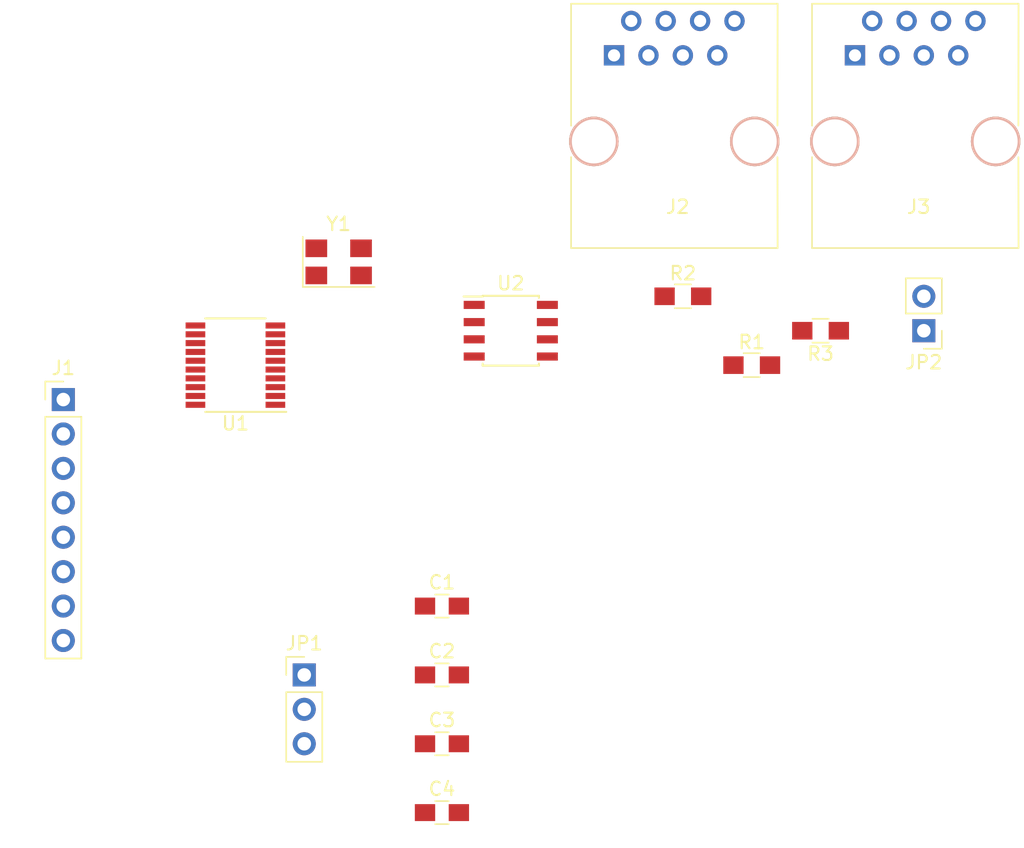
<source format=kicad_pcb>
(kicad_pcb (version 4) (host pcbnew 4.0.6)

  (general
    (links 37)
    (no_connects 37)
    (area 0 0 0 0)
    (thickness 1.6)
    (drawings 0)
    (tracks 0)
    (zones 0)
    (modules 15)
    (nets 39)
  )

  (page A4)
  (layers
    (0 F.Cu signal)
    (31 B.Cu signal)
    (32 B.Adhes user)
    (33 F.Adhes user)
    (34 B.Paste user)
    (35 F.Paste user)
    (36 B.SilkS user)
    (37 F.SilkS user)
    (38 B.Mask user)
    (39 F.Mask user)
    (40 Dwgs.User user)
    (41 Cmts.User user)
    (42 Eco1.User user)
    (43 Eco2.User user)
    (44 Edge.Cuts user)
    (45 Margin user)
    (46 B.CrtYd user)
    (47 F.CrtYd user)
    (48 B.Fab user)
    (49 F.Fab user)
  )

  (setup
    (last_trace_width 0.25)
    (trace_clearance 0.2)
    (zone_clearance 0.508)
    (zone_45_only no)
    (trace_min 0.2)
    (segment_width 0.2)
    (edge_width 0.15)
    (via_size 0.6)
    (via_drill 0.4)
    (via_min_size 0.4)
    (via_min_drill 0.3)
    (uvia_size 0.3)
    (uvia_drill 0.1)
    (uvias_allowed no)
    (uvia_min_size 0.2)
    (uvia_min_drill 0.1)
    (pcb_text_width 0.3)
    (pcb_text_size 1.5 1.5)
    (mod_edge_width 0.15)
    (mod_text_size 1 1)
    (mod_text_width 0.15)
    (pad_size 1.524 1.524)
    (pad_drill 0.762)
    (pad_to_mask_clearance 0.2)
    (aux_axis_origin 0 0)
    (visible_elements FFFFFF7F)
    (pcbplotparams
      (layerselection 0x00030_80000001)
      (usegerberextensions false)
      (excludeedgelayer true)
      (linewidth 0.100000)
      (plotframeref false)
      (viasonmask false)
      (mode 1)
      (useauxorigin false)
      (hpglpennumber 1)
      (hpglpenspeed 20)
      (hpglpendiameter 15)
      (hpglpenoverlay 2)
      (psnegative false)
      (psa4output false)
      (plotreference true)
      (plotvalue true)
      (plotinvisibletext false)
      (padsonsilk false)
      (subtractmaskfromsilk false)
      (outputformat 1)
      (mirror false)
      (drillshape 1)
      (scaleselection 1)
      (outputdirectory ""))
  )

  (net 0 "")
  (net 1 +3V3)
  (net 2 GND)
  (net 3 +5V)
  (net 4 /SI)
  (net 5 /SO)
  (net 6 /CS)
  (net 7 /SCK)
  (net 8 /INT)
  (net 9 /CANH)
  (net 10 /CANL)
  (net 11 "Net-(J2-Pad3)")
  (net 12 "Net-(J2-Pad4)")
  (net 13 "Net-(J2-Pad5)")
  (net 14 "Net-(J2-Pad6)")
  (net 15 "Net-(J2-Pad7)")
  (net 16 "Net-(J2-Pad8)")
  (net 17 "Net-(J3-Pad3)")
  (net 18 "Net-(J3-Pad4)")
  (net 19 "Net-(J3-Pad5)")
  (net 20 "Net-(J3-Pad6)")
  (net 21 "Net-(J3-Pad7)")
  (net 22 "Net-(J3-Pad8)")
  (net 23 /VREF)
  (net 24 "Net-(JP2-Pad1)")
  (net 25 "Net-(R1-Pad1)")
  (net 26 "Net-(R2-Pad1)")
  (net 27 "Net-(U1-Pad1)")
  (net 28 "Net-(U1-Pad2)")
  (net 29 "Net-(U1-Pad3)")
  (net 30 "Net-(U1-Pad4)")
  (net 31 "Net-(U1-Pad5)")
  (net 32 "Net-(U1-Pad6)")
  (net 33 "Net-(U1-Pad7)")
  (net 34 "Net-(U1-Pad8)")
  (net 35 "Net-(U1-Pad9)")
  (net 36 "Net-(U1-Pad11)")
  (net 37 "Net-(U1-Pad12)")
  (net 38 "Net-(U1-Pad15)")

  (net_class Default "This is the default net class."
    (clearance 0.2)
    (trace_width 0.25)
    (via_dia 0.6)
    (via_drill 0.4)
    (uvia_dia 0.3)
    (uvia_drill 0.1)
    (add_net +3V3)
    (add_net +5V)
    (add_net /CANH)
    (add_net /CANL)
    (add_net /CS)
    (add_net /INT)
    (add_net /SCK)
    (add_net /SI)
    (add_net /SO)
    (add_net /VREF)
    (add_net GND)
    (add_net "Net-(J2-Pad3)")
    (add_net "Net-(J2-Pad4)")
    (add_net "Net-(J2-Pad5)")
    (add_net "Net-(J2-Pad6)")
    (add_net "Net-(J2-Pad7)")
    (add_net "Net-(J2-Pad8)")
    (add_net "Net-(J3-Pad3)")
    (add_net "Net-(J3-Pad4)")
    (add_net "Net-(J3-Pad5)")
    (add_net "Net-(J3-Pad6)")
    (add_net "Net-(J3-Pad7)")
    (add_net "Net-(J3-Pad8)")
    (add_net "Net-(JP2-Pad1)")
    (add_net "Net-(R1-Pad1)")
    (add_net "Net-(R2-Pad1)")
    (add_net "Net-(U1-Pad1)")
    (add_net "Net-(U1-Pad11)")
    (add_net "Net-(U1-Pad12)")
    (add_net "Net-(U1-Pad15)")
    (add_net "Net-(U1-Pad2)")
    (add_net "Net-(U1-Pad3)")
    (add_net "Net-(U1-Pad4)")
    (add_net "Net-(U1-Pad5)")
    (add_net "Net-(U1-Pad6)")
    (add_net "Net-(U1-Pad7)")
    (add_net "Net-(U1-Pad8)")
    (add_net "Net-(U1-Pad9)")
  )

  (module Capacitors_SMD:C_0805_HandSoldering (layer F.Cu) (tedit 58AA84A8) (tstamp 59E68928)
    (at 129.54 119.38)
    (descr "Capacitor SMD 0805, hand soldering")
    (tags "capacitor 0805")
    (path /59E5A73E)
    (attr smd)
    (fp_text reference C1 (at 0 -1.75) (layer F.SilkS)
      (effects (font (size 1 1) (thickness 0.15)))
    )
    (fp_text value 100nf (at 0 1.75) (layer F.Fab)
      (effects (font (size 1 1) (thickness 0.15)))
    )
    (fp_text user %R (at 0 -1.75) (layer F.Fab)
      (effects (font (size 1 1) (thickness 0.15)))
    )
    (fp_line (start -1 0.62) (end -1 -0.62) (layer F.Fab) (width 0.1))
    (fp_line (start 1 0.62) (end -1 0.62) (layer F.Fab) (width 0.1))
    (fp_line (start 1 -0.62) (end 1 0.62) (layer F.Fab) (width 0.1))
    (fp_line (start -1 -0.62) (end 1 -0.62) (layer F.Fab) (width 0.1))
    (fp_line (start 0.5 -0.85) (end -0.5 -0.85) (layer F.SilkS) (width 0.12))
    (fp_line (start -0.5 0.85) (end 0.5 0.85) (layer F.SilkS) (width 0.12))
    (fp_line (start -2.25 -0.88) (end 2.25 -0.88) (layer F.CrtYd) (width 0.05))
    (fp_line (start -2.25 -0.88) (end -2.25 0.87) (layer F.CrtYd) (width 0.05))
    (fp_line (start 2.25 0.87) (end 2.25 -0.88) (layer F.CrtYd) (width 0.05))
    (fp_line (start 2.25 0.87) (end -2.25 0.87) (layer F.CrtYd) (width 0.05))
    (pad 1 smd rect (at -1.25 0) (size 1.5 1.25) (layers F.Cu F.Paste F.Mask)
      (net 1 +3V3))
    (pad 2 smd rect (at 1.25 0) (size 1.5 1.25) (layers F.Cu F.Paste F.Mask)
      (net 2 GND))
    (model Capacitors_SMD.3dshapes/C_0805.wrl
      (at (xyz 0 0 0))
      (scale (xyz 1 1 1))
      (rotate (xyz 0 0 0))
    )
  )

  (module Capacitors_SMD:C_0805_HandSoldering (layer F.Cu) (tedit 58AA84A8) (tstamp 59E68939)
    (at 129.54 124.46)
    (descr "Capacitor SMD 0805, hand soldering")
    (tags "capacitor 0805")
    (path /59E5A796)
    (attr smd)
    (fp_text reference C2 (at 0 -1.75) (layer F.SilkS)
      (effects (font (size 1 1) (thickness 0.15)))
    )
    (fp_text value 2uf (at 0 1.75) (layer F.Fab)
      (effects (font (size 1 1) (thickness 0.15)))
    )
    (fp_text user %R (at 0 -1.75) (layer F.Fab)
      (effects (font (size 1 1) (thickness 0.15)))
    )
    (fp_line (start -1 0.62) (end -1 -0.62) (layer F.Fab) (width 0.1))
    (fp_line (start 1 0.62) (end -1 0.62) (layer F.Fab) (width 0.1))
    (fp_line (start 1 -0.62) (end 1 0.62) (layer F.Fab) (width 0.1))
    (fp_line (start -1 -0.62) (end 1 -0.62) (layer F.Fab) (width 0.1))
    (fp_line (start 0.5 -0.85) (end -0.5 -0.85) (layer F.SilkS) (width 0.12))
    (fp_line (start -0.5 0.85) (end 0.5 0.85) (layer F.SilkS) (width 0.12))
    (fp_line (start -2.25 -0.88) (end 2.25 -0.88) (layer F.CrtYd) (width 0.05))
    (fp_line (start -2.25 -0.88) (end -2.25 0.87) (layer F.CrtYd) (width 0.05))
    (fp_line (start 2.25 0.87) (end 2.25 -0.88) (layer F.CrtYd) (width 0.05))
    (fp_line (start 2.25 0.87) (end -2.25 0.87) (layer F.CrtYd) (width 0.05))
    (pad 1 smd rect (at -1.25 0) (size 1.5 1.25) (layers F.Cu F.Paste F.Mask)
      (net 1 +3V3))
    (pad 2 smd rect (at 1.25 0) (size 1.5 1.25) (layers F.Cu F.Paste F.Mask)
      (net 2 GND))
    (model Capacitors_SMD.3dshapes/C_0805.wrl
      (at (xyz 0 0 0))
      (scale (xyz 1 1 1))
      (rotate (xyz 0 0 0))
    )
  )

  (module Capacitors_SMD:C_0805_HandSoldering (layer F.Cu) (tedit 58AA84A8) (tstamp 59E6894A)
    (at 129.54 129.54)
    (descr "Capacitor SMD 0805, hand soldering")
    (tags "capacitor 0805")
    (path /59E59CA7)
    (attr smd)
    (fp_text reference C3 (at 0 -1.75) (layer F.SilkS)
      (effects (font (size 1 1) (thickness 0.15)))
    )
    (fp_text value 100nf (at 0 1.75) (layer F.Fab)
      (effects (font (size 1 1) (thickness 0.15)))
    )
    (fp_text user %R (at 0 -1.75) (layer F.Fab)
      (effects (font (size 1 1) (thickness 0.15)))
    )
    (fp_line (start -1 0.62) (end -1 -0.62) (layer F.Fab) (width 0.1))
    (fp_line (start 1 0.62) (end -1 0.62) (layer F.Fab) (width 0.1))
    (fp_line (start 1 -0.62) (end 1 0.62) (layer F.Fab) (width 0.1))
    (fp_line (start -1 -0.62) (end 1 -0.62) (layer F.Fab) (width 0.1))
    (fp_line (start 0.5 -0.85) (end -0.5 -0.85) (layer F.SilkS) (width 0.12))
    (fp_line (start -0.5 0.85) (end 0.5 0.85) (layer F.SilkS) (width 0.12))
    (fp_line (start -2.25 -0.88) (end 2.25 -0.88) (layer F.CrtYd) (width 0.05))
    (fp_line (start -2.25 -0.88) (end -2.25 0.87) (layer F.CrtYd) (width 0.05))
    (fp_line (start 2.25 0.87) (end 2.25 -0.88) (layer F.CrtYd) (width 0.05))
    (fp_line (start 2.25 0.87) (end -2.25 0.87) (layer F.CrtYd) (width 0.05))
    (pad 1 smd rect (at -1.25 0) (size 1.5 1.25) (layers F.Cu F.Paste F.Mask)
      (net 3 +5V))
    (pad 2 smd rect (at 1.25 0) (size 1.5 1.25) (layers F.Cu F.Paste F.Mask)
      (net 2 GND))
    (model Capacitors_SMD.3dshapes/C_0805.wrl
      (at (xyz 0 0 0))
      (scale (xyz 1 1 1))
      (rotate (xyz 0 0 0))
    )
  )

  (module Capacitors_SMD:C_0805_HandSoldering (layer F.Cu) (tedit 58AA84A8) (tstamp 59E6895B)
    (at 129.54 134.62)
    (descr "Capacitor SMD 0805, hand soldering")
    (tags "capacitor 0805")
    (path /59E59C6A)
    (attr smd)
    (fp_text reference C4 (at 0 -1.75) (layer F.SilkS)
      (effects (font (size 1 1) (thickness 0.15)))
    )
    (fp_text value 2uf (at 0 1.75) (layer F.Fab)
      (effects (font (size 1 1) (thickness 0.15)))
    )
    (fp_text user %R (at 0 -1.75) (layer F.Fab)
      (effects (font (size 1 1) (thickness 0.15)))
    )
    (fp_line (start -1 0.62) (end -1 -0.62) (layer F.Fab) (width 0.1))
    (fp_line (start 1 0.62) (end -1 0.62) (layer F.Fab) (width 0.1))
    (fp_line (start 1 -0.62) (end 1 0.62) (layer F.Fab) (width 0.1))
    (fp_line (start -1 -0.62) (end 1 -0.62) (layer F.Fab) (width 0.1))
    (fp_line (start 0.5 -0.85) (end -0.5 -0.85) (layer F.SilkS) (width 0.12))
    (fp_line (start -0.5 0.85) (end 0.5 0.85) (layer F.SilkS) (width 0.12))
    (fp_line (start -2.25 -0.88) (end 2.25 -0.88) (layer F.CrtYd) (width 0.05))
    (fp_line (start -2.25 -0.88) (end -2.25 0.87) (layer F.CrtYd) (width 0.05))
    (fp_line (start 2.25 0.87) (end 2.25 -0.88) (layer F.CrtYd) (width 0.05))
    (fp_line (start 2.25 0.87) (end -2.25 0.87) (layer F.CrtYd) (width 0.05))
    (pad 1 smd rect (at -1.25 0) (size 1.5 1.25) (layers F.Cu F.Paste F.Mask)
      (net 3 +5V))
    (pad 2 smd rect (at 1.25 0) (size 1.5 1.25) (layers F.Cu F.Paste F.Mask)
      (net 2 GND))
    (model Capacitors_SMD.3dshapes/C_0805.wrl
      (at (xyz 0 0 0))
      (scale (xyz 1 1 1))
      (rotate (xyz 0 0 0))
    )
  )

  (module Pin_Headers:Pin_Header_Straight_1x08_Pitch2.54mm (layer F.Cu) (tedit 59650532) (tstamp 59E68977)
    (at 101.6 104.14)
    (descr "Through hole straight pin header, 1x08, 2.54mm pitch, single row")
    (tags "Through hole pin header THT 1x08 2.54mm single row")
    (path /59E5820F)
    (fp_text reference J1 (at 0 -2.33) (layer F.SilkS)
      (effects (font (size 1 1) (thickness 0.15)))
    )
    (fp_text value Conn_01x08 (at 0 20.11) (layer F.Fab)
      (effects (font (size 1 1) (thickness 0.15)))
    )
    (fp_line (start -0.635 -1.27) (end 1.27 -1.27) (layer F.Fab) (width 0.1))
    (fp_line (start 1.27 -1.27) (end 1.27 19.05) (layer F.Fab) (width 0.1))
    (fp_line (start 1.27 19.05) (end -1.27 19.05) (layer F.Fab) (width 0.1))
    (fp_line (start -1.27 19.05) (end -1.27 -0.635) (layer F.Fab) (width 0.1))
    (fp_line (start -1.27 -0.635) (end -0.635 -1.27) (layer F.Fab) (width 0.1))
    (fp_line (start -1.33 19.11) (end 1.33 19.11) (layer F.SilkS) (width 0.12))
    (fp_line (start -1.33 1.27) (end -1.33 19.11) (layer F.SilkS) (width 0.12))
    (fp_line (start 1.33 1.27) (end 1.33 19.11) (layer F.SilkS) (width 0.12))
    (fp_line (start -1.33 1.27) (end 1.33 1.27) (layer F.SilkS) (width 0.12))
    (fp_line (start -1.33 0) (end -1.33 -1.33) (layer F.SilkS) (width 0.12))
    (fp_line (start -1.33 -1.33) (end 0 -1.33) (layer F.SilkS) (width 0.12))
    (fp_line (start -1.8 -1.8) (end -1.8 19.55) (layer F.CrtYd) (width 0.05))
    (fp_line (start -1.8 19.55) (end 1.8 19.55) (layer F.CrtYd) (width 0.05))
    (fp_line (start 1.8 19.55) (end 1.8 -1.8) (layer F.CrtYd) (width 0.05))
    (fp_line (start 1.8 -1.8) (end -1.8 -1.8) (layer F.CrtYd) (width 0.05))
    (fp_text user %R (at 0 8.89 90) (layer F.Fab)
      (effects (font (size 1 1) (thickness 0.15)))
    )
    (pad 1 thru_hole rect (at 0 0) (size 1.7 1.7) (drill 1) (layers *.Cu *.Mask)
      (net 3 +5V))
    (pad 2 thru_hole oval (at 0 2.54) (size 1.7 1.7) (drill 1) (layers *.Cu *.Mask)
      (net 1 +3V3))
    (pad 3 thru_hole oval (at 0 5.08) (size 1.7 1.7) (drill 1) (layers *.Cu *.Mask)
      (net 4 /SI))
    (pad 4 thru_hole oval (at 0 7.62) (size 1.7 1.7) (drill 1) (layers *.Cu *.Mask)
      (net 5 /SO))
    (pad 5 thru_hole oval (at 0 10.16) (size 1.7 1.7) (drill 1) (layers *.Cu *.Mask)
      (net 6 /CS))
    (pad 6 thru_hole oval (at 0 12.7) (size 1.7 1.7) (drill 1) (layers *.Cu *.Mask)
      (net 7 /SCK))
    (pad 7 thru_hole oval (at 0 15.24) (size 1.7 1.7) (drill 1) (layers *.Cu *.Mask)
      (net 8 /INT))
    (pad 8 thru_hole oval (at 0 17.78) (size 1.7 1.7) (drill 1) (layers *.Cu *.Mask)
      (net 2 GND))
    (model ${KISYS3DMOD}/Pin_Headers.3dshapes/Pin_Header_Straight_1x08_Pitch2.54mm.wrl
      (at (xyz 0 0 0))
      (scale (xyz 1 1 1))
      (rotate (xyz 0 0 0))
    )
  )

  (module Connectors:RJ45_8 (layer F.Cu) (tedit 0) (tstamp 59E6898F)
    (at 142.24 78.74)
    (tags RJ45)
    (path /59E43703)
    (fp_text reference J2 (at 4.7 11.18) (layer F.SilkS)
      (effects (font (size 1 1) (thickness 0.15)))
    )
    (fp_text value RJ45 (at 4.59 6.25) (layer F.Fab)
      (effects (font (size 1 1) (thickness 0.15)))
    )
    (fp_line (start -3.17 14.22) (end 12.07 14.22) (layer F.SilkS) (width 0.12))
    (fp_line (start 12.07 -3.81) (end 12.06 5.18) (layer F.SilkS) (width 0.12))
    (fp_line (start 12.07 -3.81) (end -3.17 -3.81) (layer F.SilkS) (width 0.12))
    (fp_line (start -3.17 -3.81) (end -3.17 5.19) (layer F.SilkS) (width 0.12))
    (fp_line (start 12.06 7.52) (end 12.07 14.22) (layer F.SilkS) (width 0.12))
    (fp_line (start -3.17 7.51) (end -3.17 14.22) (layer F.SilkS) (width 0.12))
    (fp_line (start -3.56 -4.06) (end 12.46 -4.06) (layer F.CrtYd) (width 0.05))
    (fp_line (start -3.56 -4.06) (end -3.56 14.47) (layer F.CrtYd) (width 0.05))
    (fp_line (start 12.46 14.47) (end 12.46 -4.06) (layer F.CrtYd) (width 0.05))
    (fp_line (start 12.46 14.47) (end -3.56 14.47) (layer F.CrtYd) (width 0.05))
    (pad Hole np_thru_hole circle (at 10.38 6.35) (size 3.65 3.65) (drill 3.25) (layers *.Cu *.SilkS *.Mask))
    (pad Hole np_thru_hole circle (at -1.49 6.35) (size 3.65 3.65) (drill 3.25) (layers *.Cu *.SilkS *.Mask))
    (pad 1 thru_hole rect (at 0 0) (size 1.5 1.5) (drill 0.9) (layers *.Cu *.Mask)
      (net 9 /CANH))
    (pad 2 thru_hole circle (at 1.27 -2.54) (size 1.5 1.5) (drill 0.9) (layers *.Cu *.Mask)
      (net 10 /CANL))
    (pad 3 thru_hole circle (at 2.54 0) (size 1.5 1.5) (drill 0.9) (layers *.Cu *.Mask)
      (net 11 "Net-(J2-Pad3)"))
    (pad 4 thru_hole circle (at 3.81 -2.54) (size 1.5 1.5) (drill 0.9) (layers *.Cu *.Mask)
      (net 12 "Net-(J2-Pad4)"))
    (pad 5 thru_hole circle (at 5.08 0) (size 1.5 1.5) (drill 0.9) (layers *.Cu *.Mask)
      (net 13 "Net-(J2-Pad5)"))
    (pad 6 thru_hole circle (at 6.35 -2.54) (size 1.5 1.5) (drill 0.9) (layers *.Cu *.Mask)
      (net 14 "Net-(J2-Pad6)"))
    (pad 7 thru_hole circle (at 7.62 0) (size 1.5 1.5) (drill 0.9) (layers *.Cu *.Mask)
      (net 15 "Net-(J2-Pad7)"))
    (pad 8 thru_hole circle (at 8.89 -2.54) (size 1.5 1.5) (drill 0.9) (layers *.Cu *.Mask)
      (net 16 "Net-(J2-Pad8)"))
    (model ${KISYS3DMOD}/Connectors.3dshapes/RJ45_8.wrl
      (at (xyz 0.18 -0.25 0))
      (scale (xyz 0.4 0.4 0.4))
      (rotate (xyz 0 0 0))
    )
  )

  (module Connectors:RJ45_8 (layer F.Cu) (tedit 0) (tstamp 59E689A7)
    (at 160.02 78.74)
    (tags RJ45)
    (path /59E43803)
    (fp_text reference J3 (at 4.7 11.18) (layer F.SilkS)
      (effects (font (size 1 1) (thickness 0.15)))
    )
    (fp_text value RJ45 (at 4.59 6.25) (layer F.Fab)
      (effects (font (size 1 1) (thickness 0.15)))
    )
    (fp_line (start -3.17 14.22) (end 12.07 14.22) (layer F.SilkS) (width 0.12))
    (fp_line (start 12.07 -3.81) (end 12.06 5.18) (layer F.SilkS) (width 0.12))
    (fp_line (start 12.07 -3.81) (end -3.17 -3.81) (layer F.SilkS) (width 0.12))
    (fp_line (start -3.17 -3.81) (end -3.17 5.19) (layer F.SilkS) (width 0.12))
    (fp_line (start 12.06 7.52) (end 12.07 14.22) (layer F.SilkS) (width 0.12))
    (fp_line (start -3.17 7.51) (end -3.17 14.22) (layer F.SilkS) (width 0.12))
    (fp_line (start -3.56 -4.06) (end 12.46 -4.06) (layer F.CrtYd) (width 0.05))
    (fp_line (start -3.56 -4.06) (end -3.56 14.47) (layer F.CrtYd) (width 0.05))
    (fp_line (start 12.46 14.47) (end 12.46 -4.06) (layer F.CrtYd) (width 0.05))
    (fp_line (start 12.46 14.47) (end -3.56 14.47) (layer F.CrtYd) (width 0.05))
    (pad Hole np_thru_hole circle (at 10.38 6.35) (size 3.65 3.65) (drill 3.25) (layers *.Cu *.SilkS *.Mask))
    (pad Hole np_thru_hole circle (at -1.49 6.35) (size 3.65 3.65) (drill 3.25) (layers *.Cu *.SilkS *.Mask))
    (pad 1 thru_hole rect (at 0 0) (size 1.5 1.5) (drill 0.9) (layers *.Cu *.Mask)
      (net 9 /CANH))
    (pad 2 thru_hole circle (at 1.27 -2.54) (size 1.5 1.5) (drill 0.9) (layers *.Cu *.Mask)
      (net 10 /CANL))
    (pad 3 thru_hole circle (at 2.54 0) (size 1.5 1.5) (drill 0.9) (layers *.Cu *.Mask)
      (net 17 "Net-(J3-Pad3)"))
    (pad 4 thru_hole circle (at 3.81 -2.54) (size 1.5 1.5) (drill 0.9) (layers *.Cu *.Mask)
      (net 18 "Net-(J3-Pad4)"))
    (pad 5 thru_hole circle (at 5.08 0) (size 1.5 1.5) (drill 0.9) (layers *.Cu *.Mask)
      (net 19 "Net-(J3-Pad5)"))
    (pad 6 thru_hole circle (at 6.35 -2.54) (size 1.5 1.5) (drill 0.9) (layers *.Cu *.Mask)
      (net 20 "Net-(J3-Pad6)"))
    (pad 7 thru_hole circle (at 7.62 0) (size 1.5 1.5) (drill 0.9) (layers *.Cu *.Mask)
      (net 21 "Net-(J3-Pad7)"))
    (pad 8 thru_hole circle (at 8.89 -2.54) (size 1.5 1.5) (drill 0.9) (layers *.Cu *.Mask)
      (net 22 "Net-(J3-Pad8)"))
    (model ${KISYS3DMOD}/Connectors.3dshapes/RJ45_8.wrl
      (at (xyz 0.18 -0.25 0))
      (scale (xyz 0.4 0.4 0.4))
      (rotate (xyz 0 0 0))
    )
  )

  (module Pin_Headers:Pin_Header_Straight_1x03_Pitch2.54mm (layer F.Cu) (tedit 59650532) (tstamp 59E689BE)
    (at 119.38 124.46)
    (descr "Through hole straight pin header, 1x03, 2.54mm pitch, single row")
    (tags "Through hole pin header THT 1x03 2.54mm single row")
    (path /59E4DDBA)
    (fp_text reference JP1 (at 0 -2.33) (layer F.SilkS)
      (effects (font (size 1 1) (thickness 0.15)))
    )
    (fp_text value Jumper_NC_Dual (at 0 7.41) (layer F.Fab)
      (effects (font (size 1 1) (thickness 0.15)))
    )
    (fp_line (start -0.635 -1.27) (end 1.27 -1.27) (layer F.Fab) (width 0.1))
    (fp_line (start 1.27 -1.27) (end 1.27 6.35) (layer F.Fab) (width 0.1))
    (fp_line (start 1.27 6.35) (end -1.27 6.35) (layer F.Fab) (width 0.1))
    (fp_line (start -1.27 6.35) (end -1.27 -0.635) (layer F.Fab) (width 0.1))
    (fp_line (start -1.27 -0.635) (end -0.635 -1.27) (layer F.Fab) (width 0.1))
    (fp_line (start -1.33 6.41) (end 1.33 6.41) (layer F.SilkS) (width 0.12))
    (fp_line (start -1.33 1.27) (end -1.33 6.41) (layer F.SilkS) (width 0.12))
    (fp_line (start 1.33 1.27) (end 1.33 6.41) (layer F.SilkS) (width 0.12))
    (fp_line (start -1.33 1.27) (end 1.33 1.27) (layer F.SilkS) (width 0.12))
    (fp_line (start -1.33 0) (end -1.33 -1.33) (layer F.SilkS) (width 0.12))
    (fp_line (start -1.33 -1.33) (end 0 -1.33) (layer F.SilkS) (width 0.12))
    (fp_line (start -1.8 -1.8) (end -1.8 6.85) (layer F.CrtYd) (width 0.05))
    (fp_line (start -1.8 6.85) (end 1.8 6.85) (layer F.CrtYd) (width 0.05))
    (fp_line (start 1.8 6.85) (end 1.8 -1.8) (layer F.CrtYd) (width 0.05))
    (fp_line (start 1.8 -1.8) (end -1.8 -1.8) (layer F.CrtYd) (width 0.05))
    (fp_text user %R (at 0 2.54 90) (layer F.Fab)
      (effects (font (size 1 1) (thickness 0.15)))
    )
    (pad 1 thru_hole rect (at 0 0) (size 1.7 1.7) (drill 1) (layers *.Cu *.Mask)
      (net 1 +3V3))
    (pad 2 thru_hole oval (at 0 2.54) (size 1.7 1.7) (drill 1) (layers *.Cu *.Mask)
      (net 23 /VREF))
    (pad 3 thru_hole oval (at 0 5.08) (size 1.7 1.7) (drill 1) (layers *.Cu *.Mask)
      (net 3 +5V))
    (model ${KISYS3DMOD}/Pin_Headers.3dshapes/Pin_Header_Straight_1x03_Pitch2.54mm.wrl
      (at (xyz 0 0 0))
      (scale (xyz 1 1 1))
      (rotate (xyz 0 0 0))
    )
  )

  (module Pin_Headers:Pin_Header_Straight_1x02_Pitch2.54mm (layer F.Cu) (tedit 59650532) (tstamp 59E689D4)
    (at 165.1 99.06 180)
    (descr "Through hole straight pin header, 1x02, 2.54mm pitch, single row")
    (tags "Through hole pin header THT 1x02 2.54mm single row")
    (path /59E44616)
    (fp_text reference JP2 (at 0 -2.33 180) (layer F.SilkS)
      (effects (font (size 1 1) (thickness 0.15)))
    )
    (fp_text value Jumper_NO_Small (at 0 4.87 180) (layer F.Fab)
      (effects (font (size 1 1) (thickness 0.15)))
    )
    (fp_line (start -0.635 -1.27) (end 1.27 -1.27) (layer F.Fab) (width 0.1))
    (fp_line (start 1.27 -1.27) (end 1.27 3.81) (layer F.Fab) (width 0.1))
    (fp_line (start 1.27 3.81) (end -1.27 3.81) (layer F.Fab) (width 0.1))
    (fp_line (start -1.27 3.81) (end -1.27 -0.635) (layer F.Fab) (width 0.1))
    (fp_line (start -1.27 -0.635) (end -0.635 -1.27) (layer F.Fab) (width 0.1))
    (fp_line (start -1.33 3.87) (end 1.33 3.87) (layer F.SilkS) (width 0.12))
    (fp_line (start -1.33 1.27) (end -1.33 3.87) (layer F.SilkS) (width 0.12))
    (fp_line (start 1.33 1.27) (end 1.33 3.87) (layer F.SilkS) (width 0.12))
    (fp_line (start -1.33 1.27) (end 1.33 1.27) (layer F.SilkS) (width 0.12))
    (fp_line (start -1.33 0) (end -1.33 -1.33) (layer F.SilkS) (width 0.12))
    (fp_line (start -1.33 -1.33) (end 0 -1.33) (layer F.SilkS) (width 0.12))
    (fp_line (start -1.8 -1.8) (end -1.8 4.35) (layer F.CrtYd) (width 0.05))
    (fp_line (start -1.8 4.35) (end 1.8 4.35) (layer F.CrtYd) (width 0.05))
    (fp_line (start 1.8 4.35) (end 1.8 -1.8) (layer F.CrtYd) (width 0.05))
    (fp_line (start 1.8 -1.8) (end -1.8 -1.8) (layer F.CrtYd) (width 0.05))
    (fp_text user %R (at 0 1.27 270) (layer F.Fab)
      (effects (font (size 1 1) (thickness 0.15)))
    )
    (pad 1 thru_hole rect (at 0 0 180) (size 1.7 1.7) (drill 1) (layers *.Cu *.Mask)
      (net 24 "Net-(JP2-Pad1)"))
    (pad 2 thru_hole oval (at 0 2.54 180) (size 1.7 1.7) (drill 1) (layers *.Cu *.Mask)
      (net 9 /CANH))
    (model ${KISYS3DMOD}/Pin_Headers.3dshapes/Pin_Header_Straight_1x02_Pitch2.54mm.wrl
      (at (xyz 0 0 0))
      (scale (xyz 1 1 1))
      (rotate (xyz 0 0 0))
    )
  )

  (module Resistors_SMD:R_0805_HandSoldering (layer F.Cu) (tedit 58E0A804) (tstamp 59E689E5)
    (at 152.4 101.6)
    (descr "Resistor SMD 0805, hand soldering")
    (tags "resistor 0805")
    (path /59E49315)
    (attr smd)
    (fp_text reference R1 (at 0 -1.7) (layer F.SilkS)
      (effects (font (size 1 1) (thickness 0.15)))
    )
    (fp_text value 1k (at 0 1.75) (layer F.Fab)
      (effects (font (size 1 1) (thickness 0.15)))
    )
    (fp_text user %R (at 0 0) (layer F.Fab)
      (effects (font (size 0.5 0.5) (thickness 0.075)))
    )
    (fp_line (start -1 0.62) (end -1 -0.62) (layer F.Fab) (width 0.1))
    (fp_line (start 1 0.62) (end -1 0.62) (layer F.Fab) (width 0.1))
    (fp_line (start 1 -0.62) (end 1 0.62) (layer F.Fab) (width 0.1))
    (fp_line (start -1 -0.62) (end 1 -0.62) (layer F.Fab) (width 0.1))
    (fp_line (start 0.6 0.88) (end -0.6 0.88) (layer F.SilkS) (width 0.12))
    (fp_line (start -0.6 -0.88) (end 0.6 -0.88) (layer F.SilkS) (width 0.12))
    (fp_line (start -2.35 -0.9) (end 2.35 -0.9) (layer F.CrtYd) (width 0.05))
    (fp_line (start -2.35 -0.9) (end -2.35 0.9) (layer F.CrtYd) (width 0.05))
    (fp_line (start 2.35 0.9) (end 2.35 -0.9) (layer F.CrtYd) (width 0.05))
    (fp_line (start 2.35 0.9) (end -2.35 0.9) (layer F.CrtYd) (width 0.05))
    (pad 1 smd rect (at -1.35 0) (size 1.5 1.3) (layers F.Cu F.Paste F.Mask)
      (net 25 "Net-(R1-Pad1)"))
    (pad 2 smd rect (at 1.35 0) (size 1.5 1.3) (layers F.Cu F.Paste F.Mask)
      (net 2 GND))
    (model ${KISYS3DMOD}/Resistors_SMD.3dshapes/R_0805.wrl
      (at (xyz 0 0 0))
      (scale (xyz 1 1 1))
      (rotate (xyz 0 0 0))
    )
  )

  (module Resistors_SMD:R_0805_HandSoldering (layer F.Cu) (tedit 58E0A804) (tstamp 59E689F6)
    (at 147.32 96.52)
    (descr "Resistor SMD 0805, hand soldering")
    (tags "resistor 0805")
    (path /59E44B31)
    (attr smd)
    (fp_text reference R2 (at 0 -1.7) (layer F.SilkS)
      (effects (font (size 1 1) (thickness 0.15)))
    )
    (fp_text value 100k (at 0 1.75) (layer F.Fab)
      (effects (font (size 1 1) (thickness 0.15)))
    )
    (fp_text user %R (at 0 0) (layer F.Fab)
      (effects (font (size 0.5 0.5) (thickness 0.075)))
    )
    (fp_line (start -1 0.62) (end -1 -0.62) (layer F.Fab) (width 0.1))
    (fp_line (start 1 0.62) (end -1 0.62) (layer F.Fab) (width 0.1))
    (fp_line (start 1 -0.62) (end 1 0.62) (layer F.Fab) (width 0.1))
    (fp_line (start -1 -0.62) (end 1 -0.62) (layer F.Fab) (width 0.1))
    (fp_line (start 0.6 0.88) (end -0.6 0.88) (layer F.SilkS) (width 0.12))
    (fp_line (start -0.6 -0.88) (end 0.6 -0.88) (layer F.SilkS) (width 0.12))
    (fp_line (start -2.35 -0.9) (end 2.35 -0.9) (layer F.CrtYd) (width 0.05))
    (fp_line (start -2.35 -0.9) (end -2.35 0.9) (layer F.CrtYd) (width 0.05))
    (fp_line (start 2.35 0.9) (end 2.35 -0.9) (layer F.CrtYd) (width 0.05))
    (fp_line (start 2.35 0.9) (end -2.35 0.9) (layer F.CrtYd) (width 0.05))
    (pad 1 smd rect (at -1.35 0) (size 1.5 1.3) (layers F.Cu F.Paste F.Mask)
      (net 26 "Net-(R2-Pad1)"))
    (pad 2 smd rect (at 1.35 0) (size 1.5 1.3) (layers F.Cu F.Paste F.Mask)
      (net 2 GND))
    (model ${KISYS3DMOD}/Resistors_SMD.3dshapes/R_0805.wrl
      (at (xyz 0 0 0))
      (scale (xyz 1 1 1))
      (rotate (xyz 0 0 0))
    )
  )

  (module Resistors_SMD:R_0805_HandSoldering (layer F.Cu) (tedit 58E0A804) (tstamp 59E68A07)
    (at 157.48 99.06 180)
    (descr "Resistor SMD 0805, hand soldering")
    (tags "resistor 0805")
    (path /59E4469B)
    (attr smd)
    (fp_text reference R3 (at 0 -1.7 180) (layer F.SilkS)
      (effects (font (size 1 1) (thickness 0.15)))
    )
    (fp_text value 120 (at 0 1.75 180) (layer F.Fab)
      (effects (font (size 1 1) (thickness 0.15)))
    )
    (fp_text user %R (at 0 0 180) (layer F.Fab)
      (effects (font (size 0.5 0.5) (thickness 0.075)))
    )
    (fp_line (start -1 0.62) (end -1 -0.62) (layer F.Fab) (width 0.1))
    (fp_line (start 1 0.62) (end -1 0.62) (layer F.Fab) (width 0.1))
    (fp_line (start 1 -0.62) (end 1 0.62) (layer F.Fab) (width 0.1))
    (fp_line (start -1 -0.62) (end 1 -0.62) (layer F.Fab) (width 0.1))
    (fp_line (start 0.6 0.88) (end -0.6 0.88) (layer F.SilkS) (width 0.12))
    (fp_line (start -0.6 -0.88) (end 0.6 -0.88) (layer F.SilkS) (width 0.12))
    (fp_line (start -2.35 -0.9) (end 2.35 -0.9) (layer F.CrtYd) (width 0.05))
    (fp_line (start -2.35 -0.9) (end -2.35 0.9) (layer F.CrtYd) (width 0.05))
    (fp_line (start 2.35 0.9) (end 2.35 -0.9) (layer F.CrtYd) (width 0.05))
    (fp_line (start 2.35 0.9) (end -2.35 0.9) (layer F.CrtYd) (width 0.05))
    (pad 1 smd rect (at -1.35 0 180) (size 1.5 1.3) (layers F.Cu F.Paste F.Mask)
      (net 24 "Net-(JP2-Pad1)"))
    (pad 2 smd rect (at 1.35 0 180) (size 1.5 1.3) (layers F.Cu F.Paste F.Mask)
      (net 10 /CANL))
    (model ${KISYS3DMOD}/Resistors_SMD.3dshapes/R_0805.wrl
      (at (xyz 0 0 0))
      (scale (xyz 1 1 1))
      (rotate (xyz 0 0 0))
    )
  )

  (module Housings_SSOP:TSSOP-20_4.4x6.5mm_Pitch0.65mm (layer F.Cu) (tedit 54130A77) (tstamp 59E68A2B)
    (at 114.3 101.6 180)
    (descr "20-Lead Plastic Thin Shrink Small Outline (ST)-4.4 mm Body [TSSOP] (see Microchip Packaging Specification 00000049BS.pdf)")
    (tags "SSOP 0.65")
    (path /59E4354F)
    (attr smd)
    (fp_text reference U1 (at 0 -4.3 180) (layer F.SilkS)
      (effects (font (size 1 1) (thickness 0.15)))
    )
    (fp_text value MCP2515-E/SO (at 0 4.3 180) (layer F.Fab)
      (effects (font (size 1 1) (thickness 0.15)))
    )
    (fp_line (start -1.2 -3.25) (end 2.2 -3.25) (layer F.Fab) (width 0.15))
    (fp_line (start 2.2 -3.25) (end 2.2 3.25) (layer F.Fab) (width 0.15))
    (fp_line (start 2.2 3.25) (end -2.2 3.25) (layer F.Fab) (width 0.15))
    (fp_line (start -2.2 3.25) (end -2.2 -2.25) (layer F.Fab) (width 0.15))
    (fp_line (start -2.2 -2.25) (end -1.2 -3.25) (layer F.Fab) (width 0.15))
    (fp_line (start -3.95 -3.55) (end -3.95 3.55) (layer F.CrtYd) (width 0.05))
    (fp_line (start 3.95 -3.55) (end 3.95 3.55) (layer F.CrtYd) (width 0.05))
    (fp_line (start -3.95 -3.55) (end 3.95 -3.55) (layer F.CrtYd) (width 0.05))
    (fp_line (start -3.95 3.55) (end 3.95 3.55) (layer F.CrtYd) (width 0.05))
    (fp_line (start -2.225 3.45) (end 2.225 3.45) (layer F.SilkS) (width 0.15))
    (fp_line (start -3.75 -3.45) (end 2.225 -3.45) (layer F.SilkS) (width 0.15))
    (fp_text user %R (at 0 0 180) (layer F.Fab)
      (effects (font (size 0.8 0.8) (thickness 0.15)))
    )
    (pad 1 smd rect (at -2.95 -2.925 180) (size 1.45 0.45) (layers F.Cu F.Paste F.Mask)
      (net 27 "Net-(U1-Pad1)"))
    (pad 2 smd rect (at -2.95 -2.275 180) (size 1.45 0.45) (layers F.Cu F.Paste F.Mask)
      (net 28 "Net-(U1-Pad2)"))
    (pad 3 smd rect (at -2.95 -1.625 180) (size 1.45 0.45) (layers F.Cu F.Paste F.Mask)
      (net 29 "Net-(U1-Pad3)"))
    (pad 4 smd rect (at -2.95 -0.975 180) (size 1.45 0.45) (layers F.Cu F.Paste F.Mask)
      (net 30 "Net-(U1-Pad4)"))
    (pad 5 smd rect (at -2.95 -0.325 180) (size 1.45 0.45) (layers F.Cu F.Paste F.Mask)
      (net 31 "Net-(U1-Pad5)"))
    (pad 6 smd rect (at -2.95 0.325 180) (size 1.45 0.45) (layers F.Cu F.Paste F.Mask)
      (net 32 "Net-(U1-Pad6)"))
    (pad 7 smd rect (at -2.95 0.975 180) (size 1.45 0.45) (layers F.Cu F.Paste F.Mask)
      (net 33 "Net-(U1-Pad7)"))
    (pad 8 smd rect (at -2.95 1.625 180) (size 1.45 0.45) (layers F.Cu F.Paste F.Mask)
      (net 34 "Net-(U1-Pad8)"))
    (pad 9 smd rect (at -2.95 2.275 180) (size 1.45 0.45) (layers F.Cu F.Paste F.Mask)
      (net 35 "Net-(U1-Pad9)"))
    (pad 10 smd rect (at -2.95 2.925 180) (size 1.45 0.45) (layers F.Cu F.Paste F.Mask)
      (net 2 GND))
    (pad 11 smd rect (at 2.95 2.925 180) (size 1.45 0.45) (layers F.Cu F.Paste F.Mask)
      (net 36 "Net-(U1-Pad11)"))
    (pad 12 smd rect (at 2.95 2.275 180) (size 1.45 0.45) (layers F.Cu F.Paste F.Mask)
      (net 37 "Net-(U1-Pad12)"))
    (pad 13 smd rect (at 2.95 1.625 180) (size 1.45 0.45) (layers F.Cu F.Paste F.Mask)
      (net 8 /INT))
    (pad 14 smd rect (at 2.95 0.975 180) (size 1.45 0.45) (layers F.Cu F.Paste F.Mask)
      (net 7 /SCK))
    (pad 15 smd rect (at 2.95 0.325 180) (size 1.45 0.45) (layers F.Cu F.Paste F.Mask)
      (net 38 "Net-(U1-Pad15)"))
    (pad 16 smd rect (at 2.95 -0.325 180) (size 1.45 0.45) (layers F.Cu F.Paste F.Mask)
      (net 4 /SI))
    (pad 17 smd rect (at 2.95 -0.975 180) (size 1.45 0.45) (layers F.Cu F.Paste F.Mask)
      (net 5 /SO))
    (pad 18 smd rect (at 2.95 -1.625 180) (size 1.45 0.45) (layers F.Cu F.Paste F.Mask)
      (net 6 /CS))
    (pad 19 smd rect (at 2.95 -2.275 180) (size 1.45 0.45) (layers F.Cu F.Paste F.Mask)
      (net 25 "Net-(R1-Pad1)"))
    (pad 20 smd rect (at 2.95 -2.925 180) (size 1.45 0.45) (layers F.Cu F.Paste F.Mask)
      (net 23 /VREF))
    (model ${KISYS3DMOD}/Housings_SSOP.3dshapes/TSSOP-20_4.4x6.5mm_Pitch0.65mm.wrl
      (at (xyz 0 0 0))
      (scale (xyz 1 1 1))
      (rotate (xyz 0 0 0))
    )
  )

  (module Housings_SOIC:SOIC-8_3.9x4.9mm_Pitch1.27mm (layer F.Cu) (tedit 58CD0CDA) (tstamp 59E68A48)
    (at 134.62 99.06)
    (descr "8-Lead Plastic Small Outline (SN) - Narrow, 3.90 mm Body [SOIC] (see Microchip Packaging Specification 00000049BS.pdf)")
    (tags "SOIC 1.27")
    (path /59E43319)
    (attr smd)
    (fp_text reference U2 (at 0 -3.5) (layer F.SilkS)
      (effects (font (size 1 1) (thickness 0.15)))
    )
    (fp_text value MCP2562-H/SN (at 0 3.5) (layer F.Fab)
      (effects (font (size 1 1) (thickness 0.15)))
    )
    (fp_text user %R (at 0 0) (layer F.Fab)
      (effects (font (size 1 1) (thickness 0.15)))
    )
    (fp_line (start -0.95 -2.45) (end 1.95 -2.45) (layer F.Fab) (width 0.1))
    (fp_line (start 1.95 -2.45) (end 1.95 2.45) (layer F.Fab) (width 0.1))
    (fp_line (start 1.95 2.45) (end -1.95 2.45) (layer F.Fab) (width 0.1))
    (fp_line (start -1.95 2.45) (end -1.95 -1.45) (layer F.Fab) (width 0.1))
    (fp_line (start -1.95 -1.45) (end -0.95 -2.45) (layer F.Fab) (width 0.1))
    (fp_line (start -3.73 -2.7) (end -3.73 2.7) (layer F.CrtYd) (width 0.05))
    (fp_line (start 3.73 -2.7) (end 3.73 2.7) (layer F.CrtYd) (width 0.05))
    (fp_line (start -3.73 -2.7) (end 3.73 -2.7) (layer F.CrtYd) (width 0.05))
    (fp_line (start -3.73 2.7) (end 3.73 2.7) (layer F.CrtYd) (width 0.05))
    (fp_line (start -2.075 -2.575) (end -2.075 -2.525) (layer F.SilkS) (width 0.15))
    (fp_line (start 2.075 -2.575) (end 2.075 -2.43) (layer F.SilkS) (width 0.15))
    (fp_line (start 2.075 2.575) (end 2.075 2.43) (layer F.SilkS) (width 0.15))
    (fp_line (start -2.075 2.575) (end -2.075 2.43) (layer F.SilkS) (width 0.15))
    (fp_line (start -2.075 -2.575) (end 2.075 -2.575) (layer F.SilkS) (width 0.15))
    (fp_line (start -2.075 2.575) (end 2.075 2.575) (layer F.SilkS) (width 0.15))
    (fp_line (start -2.075 -2.525) (end -3.475 -2.525) (layer F.SilkS) (width 0.15))
    (pad 1 smd rect (at -2.7 -1.905) (size 1.55 0.6) (layers F.Cu F.Paste F.Mask)
      (net 27 "Net-(U1-Pad1)"))
    (pad 2 smd rect (at -2.7 -0.635) (size 1.55 0.6) (layers F.Cu F.Paste F.Mask)
      (net 2 GND))
    (pad 3 smd rect (at -2.7 0.635) (size 1.55 0.6) (layers F.Cu F.Paste F.Mask)
      (net 3 +5V))
    (pad 4 smd rect (at -2.7 1.905) (size 1.55 0.6) (layers F.Cu F.Paste F.Mask)
      (net 28 "Net-(U1-Pad2)"))
    (pad 5 smd rect (at 2.7 1.905) (size 1.55 0.6) (layers F.Cu F.Paste F.Mask)
      (net 23 /VREF))
    (pad 6 smd rect (at 2.7 0.635) (size 1.55 0.6) (layers F.Cu F.Paste F.Mask)
      (net 10 /CANL))
    (pad 7 smd rect (at 2.7 -0.635) (size 1.55 0.6) (layers F.Cu F.Paste F.Mask)
      (net 9 /CANH))
    (pad 8 smd rect (at 2.7 -1.905) (size 1.55 0.6) (layers F.Cu F.Paste F.Mask)
      (net 26 "Net-(R2-Pad1)"))
    (model ${KISYS3DMOD}/Housings_SOIC.3dshapes/SOIC-8_3.9x4.9mm_Pitch1.27mm.wrl
      (at (xyz 0 0 0))
      (scale (xyz 1 1 1))
      (rotate (xyz 0 0 0))
    )
  )

  (module Crystals:Crystal_SMD_5032-4pin_5.0x3.2mm (layer F.Cu) (tedit 58CD2E9C) (tstamp 59E68A60)
    (at 121.92 93.98)
    (descr "SMD Crystal SERIES SMD2520/4 http://www.icbase.com/File/PDF/HKC/HKC00061008.pdf, 5.0x3.2mm^2 package")
    (tags "SMD SMT crystal")
    (path /59E5B8A2)
    (attr smd)
    (fp_text reference Y1 (at 0 -2.8) (layer F.SilkS)
      (effects (font (size 1 1) (thickness 0.15)))
    )
    (fp_text value Crystal_GND24 (at 0 2.8) (layer F.Fab)
      (effects (font (size 1 1) (thickness 0.15)))
    )
    (fp_text user %R (at 0 0) (layer F.Fab)
      (effects (font (size 1 1) (thickness 0.15)))
    )
    (fp_line (start -2.3 -1.6) (end 2.3 -1.6) (layer F.Fab) (width 0.1))
    (fp_line (start 2.3 -1.6) (end 2.5 -1.4) (layer F.Fab) (width 0.1))
    (fp_line (start 2.5 -1.4) (end 2.5 1.4) (layer F.Fab) (width 0.1))
    (fp_line (start 2.5 1.4) (end 2.3 1.6) (layer F.Fab) (width 0.1))
    (fp_line (start 2.3 1.6) (end -2.3 1.6) (layer F.Fab) (width 0.1))
    (fp_line (start -2.3 1.6) (end -2.5 1.4) (layer F.Fab) (width 0.1))
    (fp_line (start -2.5 1.4) (end -2.5 -1.4) (layer F.Fab) (width 0.1))
    (fp_line (start -2.5 -1.4) (end -2.3 -1.6) (layer F.Fab) (width 0.1))
    (fp_line (start -2.5 0.6) (end -1.5 1.6) (layer F.Fab) (width 0.1))
    (fp_line (start -2.65 -1.85) (end -2.65 1.85) (layer F.SilkS) (width 0.12))
    (fp_line (start -2.65 1.85) (end 2.65 1.85) (layer F.SilkS) (width 0.12))
    (fp_line (start -2.8 -1.9) (end -2.8 1.9) (layer F.CrtYd) (width 0.05))
    (fp_line (start -2.8 1.9) (end 2.8 1.9) (layer F.CrtYd) (width 0.05))
    (fp_line (start 2.8 1.9) (end 2.8 -1.9) (layer F.CrtYd) (width 0.05))
    (fp_line (start 2.8 -1.9) (end -2.8 -1.9) (layer F.CrtYd) (width 0.05))
    (pad 1 smd rect (at -1.65 1) (size 1.6 1.3) (layers F.Cu F.Paste F.Mask)
      (net 34 "Net-(U1-Pad8)"))
    (pad 2 smd rect (at 1.65 1) (size 1.6 1.3) (layers F.Cu F.Paste F.Mask)
      (net 2 GND))
    (pad 3 smd rect (at 1.65 -1) (size 1.6 1.3) (layers F.Cu F.Paste F.Mask)
      (net 35 "Net-(U1-Pad9)"))
    (pad 4 smd rect (at -1.65 -1) (size 1.6 1.3) (layers F.Cu F.Paste F.Mask)
      (net 2 GND))
    (model ${KISYS3DMOD}/Crystals.3dshapes/Crystal_SMD_5032-4pin_5.0x3.2mm.wrl
      (at (xyz 0 0 0))
      (scale (xyz 1 1 1))
      (rotate (xyz 0 0 0))
    )
  )

)

</source>
